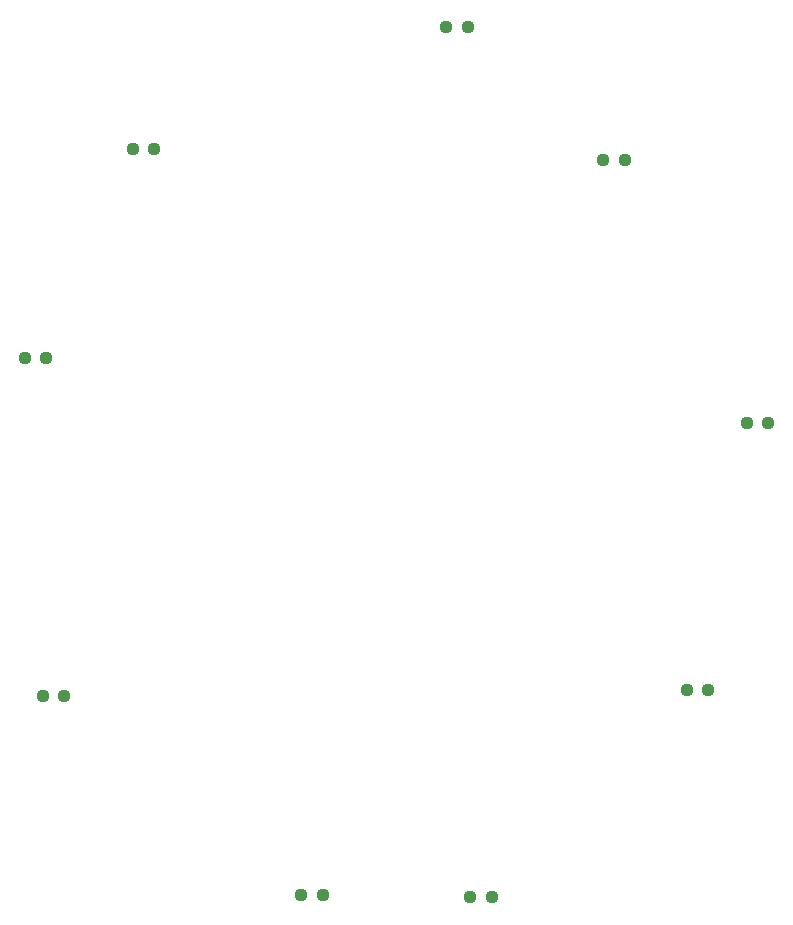
<source format=gtp>
%TF.GenerationSoftware,KiCad,Pcbnew,(6.0.7)*%
%TF.CreationDate,2022-10-09T20:49:50-07:00*%
%TF.ProjectId,IEEE_PCB_1,49454545-5f50-4434-925f-312e6b696361,1*%
%TF.SameCoordinates,Original*%
%TF.FileFunction,Paste,Top*%
%TF.FilePolarity,Positive*%
%FSLAX46Y46*%
G04 Gerber Fmt 4.6, Leading zero omitted, Abs format (unit mm)*
G04 Created by KiCad (PCBNEW (6.0.7)) date 2022-10-09 20:49:50*
%MOMM*%
%LPD*%
G01*
G04 APERTURE LIST*
G04 Aperture macros list*
%AMRoundRect*
0 Rectangle with rounded corners*
0 $1 Rounding radius*
0 $2 $3 $4 $5 $6 $7 $8 $9 X,Y pos of 4 corners*
0 Add a 4 corners polygon primitive as box body*
4,1,4,$2,$3,$4,$5,$6,$7,$8,$9,$2,$3,0*
0 Add four circle primitives for the rounded corners*
1,1,$1+$1,$2,$3*
1,1,$1+$1,$4,$5*
1,1,$1+$1,$6,$7*
1,1,$1+$1,$8,$9*
0 Add four rect primitives between the rounded corners*
20,1,$1+$1,$2,$3,$4,$5,0*
20,1,$1+$1,$4,$5,$6,$7,0*
20,1,$1+$1,$6,$7,$8,$9,0*
20,1,$1+$1,$8,$9,$2,$3,0*%
G04 Aperture macros list end*
%ADD10RoundRect,0.237500X-0.250000X-0.237500X0.250000X-0.237500X0.250000X0.237500X-0.250000X0.237500X0*%
%ADD11RoundRect,0.237500X0.250000X0.237500X-0.250000X0.237500X-0.250000X-0.237500X0.250000X-0.237500X0*%
G04 APERTURE END LIST*
D10*
%TO.C,R9*%
X115179500Y-73967000D03*
X117004500Y-73967000D03*
%TD*%
D11*
%TO.C,R7*%
X163887500Y-119760000D03*
X162062500Y-119760000D03*
%TD*%
%TO.C,R3*%
X168975500Y-97168000D03*
X167150500Y-97168000D03*
%TD*%
%TO.C,R8*%
X156856500Y-74942000D03*
X155031500Y-74942000D03*
%TD*%
D10*
%TO.C,R5*%
X141729500Y-63669000D03*
X143554500Y-63669000D03*
%TD*%
%TO.C,R2*%
X106024500Y-91659000D03*
X107849500Y-91659000D03*
%TD*%
%TO.C,R6*%
X107569500Y-120272000D03*
X109394500Y-120272000D03*
%TD*%
%TO.C,R10*%
X129424500Y-137166000D03*
X131249500Y-137166000D03*
%TD*%
D11*
%TO.C,R4*%
X145572000Y-137341000D03*
X143747000Y-137341000D03*
%TD*%
M02*

</source>
